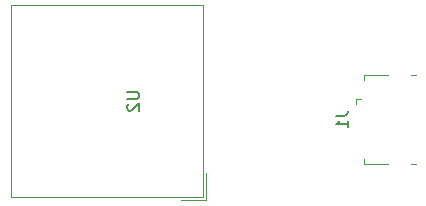
<source format=gbr>
%TF.GenerationSoftware,KiCad,Pcbnew,9.0.1*%
%TF.CreationDate,2025-05-26T16:43:25+02:00*%
%TF.ProjectId,Janus HW,4a616e75-7320-4485-972e-6b696361645f,rev?*%
%TF.SameCoordinates,Original*%
%TF.FileFunction,Legend,Bot*%
%TF.FilePolarity,Positive*%
%FSLAX46Y46*%
G04 Gerber Fmt 4.6, Leading zero omitted, Abs format (unit mm)*
G04 Created by KiCad (PCBNEW 9.0.1) date 2025-05-26 16:43:25*
%MOMM*%
%LPD*%
G01*
G04 APERTURE LIST*
%ADD10C,0.150000*%
%ADD11C,0.120000*%
G04 APERTURE END LIST*
D10*
X179454819Y-65188095D02*
X180264342Y-65188095D01*
X180264342Y-65188095D02*
X180359580Y-65235714D01*
X180359580Y-65235714D02*
X180407200Y-65283333D01*
X180407200Y-65283333D02*
X180454819Y-65378571D01*
X180454819Y-65378571D02*
X180454819Y-65569047D01*
X180454819Y-65569047D02*
X180407200Y-65664285D01*
X180407200Y-65664285D02*
X180359580Y-65711904D01*
X180359580Y-65711904D02*
X180264342Y-65759523D01*
X180264342Y-65759523D02*
X179454819Y-65759523D01*
X179550057Y-66188095D02*
X179502438Y-66235714D01*
X179502438Y-66235714D02*
X179454819Y-66330952D01*
X179454819Y-66330952D02*
X179454819Y-66569047D01*
X179454819Y-66569047D02*
X179502438Y-66664285D01*
X179502438Y-66664285D02*
X179550057Y-66711904D01*
X179550057Y-66711904D02*
X179645295Y-66759523D01*
X179645295Y-66759523D02*
X179740533Y-66759523D01*
X179740533Y-66759523D02*
X179883390Y-66711904D01*
X179883390Y-66711904D02*
X180454819Y-66140476D01*
X180454819Y-66140476D02*
X180454819Y-66759523D01*
X197154819Y-67166666D02*
X197869104Y-67166666D01*
X197869104Y-67166666D02*
X198011961Y-67119047D01*
X198011961Y-67119047D02*
X198107200Y-67023809D01*
X198107200Y-67023809D02*
X198154819Y-66880952D01*
X198154819Y-66880952D02*
X198154819Y-66785714D01*
X198154819Y-68166666D02*
X198154819Y-67595238D01*
X198154819Y-67880952D02*
X197154819Y-67880952D01*
X197154819Y-67880952D02*
X197297676Y-67785714D01*
X197297676Y-67785714D02*
X197392914Y-67690476D01*
X197392914Y-67690476D02*
X197440533Y-67595238D01*
D11*
%TO.C,U2*%
X169625000Y-57825000D02*
X169625000Y-74075000D01*
X169625000Y-74075000D02*
X185875000Y-74075000D01*
X184050000Y-74350000D02*
X186150000Y-74350000D01*
X185875000Y-57825000D02*
X169625000Y-57825000D01*
X185875000Y-74075000D02*
X185875000Y-57825000D01*
X186150000Y-74350000D02*
X186150000Y-72050000D01*
%TO.C,J1*%
X203890000Y-63740000D02*
X203490000Y-63740000D01*
X203490000Y-71260000D02*
X203890000Y-71260000D01*
X201520000Y-63740000D02*
X199540000Y-63740000D01*
X201520000Y-71260000D02*
X199540000Y-71260000D01*
X199540000Y-63740000D02*
X199540000Y-64160000D01*
X199540000Y-71260000D02*
X199540000Y-70840000D01*
X199310000Y-65740000D02*
X198860000Y-65740000D01*
X198860000Y-66190000D02*
X198860000Y-65740000D01*
%TD*%
M02*

</source>
